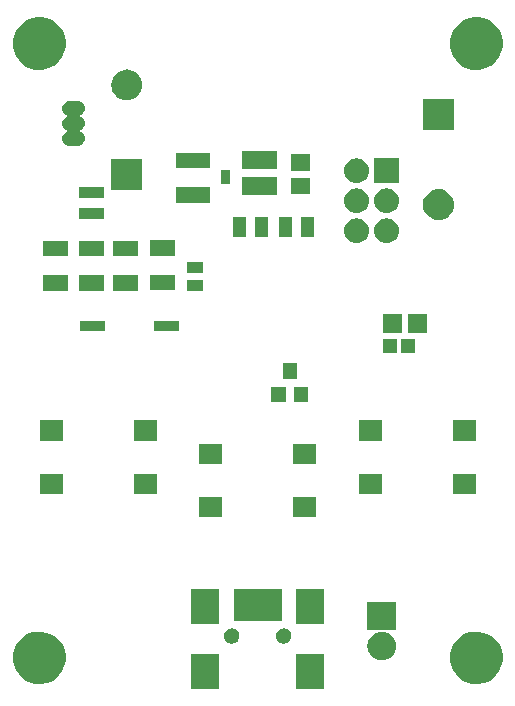
<source format=gbs>
G04 #@! TF.FileFunction,Soldermask,Bot*
%FSLAX46Y46*%
G04 Gerber Fmt 4.6, Leading zero omitted, Abs format (unit mm)*
G04 Created by KiCad (PCBNEW 4.0.7) date 2017 November 19, Sunday 17:56:15*
%MOMM*%
%LPD*%
G01*
G04 APERTURE LIST*
%ADD10C,0.100000*%
G04 APERTURE END LIST*
D10*
G36*
X147149570Y-136598520D02*
X144750590Y-136598520D01*
X144750590Y-133699160D01*
X147149570Y-133699160D01*
X147149570Y-136598520D01*
X147149570Y-136598520D01*
G37*
G36*
X138249410Y-136598520D02*
X135850430Y-136598520D01*
X135850430Y-133699160D01*
X138249410Y-133699160D01*
X138249410Y-136598520D01*
X138249410Y-136598520D01*
G37*
G36*
X123234436Y-131769485D02*
X123663216Y-131857501D01*
X124066729Y-132027122D01*
X124429615Y-132271891D01*
X124738048Y-132582485D01*
X124980278Y-132947069D01*
X125147078Y-133351757D01*
X125232030Y-133780797D01*
X125232030Y-133780807D01*
X125232096Y-133781141D01*
X125225115Y-134281097D01*
X125225039Y-134281431D01*
X125225039Y-134281443D01*
X125128143Y-134707936D01*
X124950105Y-135107813D01*
X124697791Y-135465492D01*
X124380804Y-135767355D01*
X124011230Y-136001893D01*
X123603133Y-136160184D01*
X123172068Y-136236192D01*
X122734446Y-136227026D01*
X122306932Y-136133031D01*
X121905827Y-135957792D01*
X121546396Y-135707980D01*
X121242329Y-135393110D01*
X121005216Y-135025183D01*
X120844081Y-134618202D01*
X120765063Y-134187670D01*
X120771175Y-133749996D01*
X120862181Y-133321846D01*
X121034618Y-132919522D01*
X121281914Y-132558355D01*
X121594653Y-132252097D01*
X121960919Y-132012420D01*
X122366764Y-131848448D01*
X122796726Y-131766428D01*
X123234436Y-131769485D01*
X123234436Y-131769485D01*
G37*
G36*
X160234436Y-131769485D02*
X160663216Y-131857501D01*
X161066729Y-132027122D01*
X161429615Y-132271891D01*
X161738048Y-132582485D01*
X161980278Y-132947069D01*
X162147078Y-133351757D01*
X162232030Y-133780797D01*
X162232030Y-133780807D01*
X162232096Y-133781141D01*
X162225115Y-134281097D01*
X162225039Y-134281431D01*
X162225039Y-134281443D01*
X162128143Y-134707936D01*
X161950105Y-135107813D01*
X161697791Y-135465492D01*
X161380804Y-135767355D01*
X161011230Y-136001893D01*
X160603133Y-136160184D01*
X160172068Y-136236192D01*
X159734446Y-136227026D01*
X159306932Y-136133031D01*
X158905827Y-135957792D01*
X158546396Y-135707980D01*
X158242329Y-135393110D01*
X158005216Y-135025183D01*
X157844081Y-134618202D01*
X157765063Y-134187670D01*
X157771175Y-133749996D01*
X157862181Y-133321846D01*
X158034618Y-132919522D01*
X158281914Y-132558355D01*
X158594653Y-132252097D01*
X158960919Y-132012420D01*
X159366764Y-131848448D01*
X159796726Y-131766428D01*
X160234436Y-131769485D01*
X160234436Y-131769485D01*
G37*
G36*
X152020838Y-131784104D02*
X152020846Y-131784105D01*
X152022862Y-131784119D01*
X152258705Y-131810573D01*
X152484917Y-131882331D01*
X152692884Y-131996662D01*
X152874683Y-132149209D01*
X153023389Y-132334163D01*
X153133340Y-132544478D01*
X153200345Y-132772144D01*
X153200348Y-132772178D01*
X153200352Y-132772191D01*
X153221857Y-133008487D01*
X153197055Y-133244462D01*
X153197052Y-133244471D01*
X153197048Y-133244511D01*
X153126870Y-133471219D01*
X153013994Y-133679979D01*
X152862719Y-133862838D01*
X152678808Y-134012832D01*
X152469266Y-134124248D01*
X152242073Y-134192841D01*
X152005884Y-134216000D01*
X151994078Y-134216000D01*
X151979162Y-134215896D01*
X151979154Y-134215895D01*
X151977138Y-134215881D01*
X151741295Y-134189427D01*
X151515083Y-134117669D01*
X151307116Y-134003338D01*
X151125317Y-133850791D01*
X150976611Y-133665837D01*
X150866660Y-133455522D01*
X150799655Y-133227856D01*
X150799652Y-133227822D01*
X150799648Y-133227809D01*
X150778143Y-132991513D01*
X150802945Y-132755538D01*
X150802948Y-132755529D01*
X150802952Y-132755489D01*
X150873130Y-132528781D01*
X150986006Y-132320021D01*
X151137281Y-132137162D01*
X151321192Y-131987168D01*
X151530734Y-131875752D01*
X151757927Y-131807159D01*
X151994116Y-131784000D01*
X152005922Y-131784000D01*
X152020838Y-131784104D01*
X152020838Y-131784104D01*
G37*
G36*
X139368588Y-131499951D02*
X139493377Y-131525567D01*
X139610813Y-131574932D01*
X139716420Y-131646164D01*
X139806187Y-131736561D01*
X139876683Y-131842665D01*
X139925226Y-131960440D01*
X139949902Y-132085062D01*
X139949902Y-132085071D01*
X139949968Y-132085405D01*
X139947936Y-132230908D01*
X139947860Y-132231242D01*
X139947860Y-132231254D01*
X139919717Y-132355130D01*
X139867902Y-132471508D01*
X139794471Y-132575603D01*
X139702214Y-132663457D01*
X139594660Y-132731713D01*
X139475890Y-132777782D01*
X139350439Y-132799901D01*
X139223077Y-132797234D01*
X139098653Y-132769877D01*
X138981926Y-132718881D01*
X138877313Y-132646173D01*
X138788824Y-132554539D01*
X138719815Y-132447460D01*
X138672921Y-132329017D01*
X138649924Y-132203716D01*
X138651703Y-132076340D01*
X138678187Y-131951738D01*
X138728372Y-131834650D01*
X138800348Y-131729532D01*
X138891358Y-131640407D01*
X138997955Y-131570652D01*
X139116069Y-131522931D01*
X139241198Y-131499061D01*
X139368588Y-131499951D01*
X139368588Y-131499951D01*
G37*
G36*
X143767868Y-131499951D02*
X143892657Y-131525567D01*
X144010093Y-131574932D01*
X144115700Y-131646164D01*
X144205467Y-131736561D01*
X144275963Y-131842665D01*
X144324506Y-131960440D01*
X144349182Y-132085062D01*
X144349182Y-132085071D01*
X144349248Y-132085405D01*
X144347216Y-132230908D01*
X144347140Y-132231242D01*
X144347140Y-132231254D01*
X144318997Y-132355130D01*
X144267182Y-132471508D01*
X144193751Y-132575603D01*
X144101494Y-132663457D01*
X143993940Y-132731713D01*
X143875170Y-132777782D01*
X143749719Y-132799901D01*
X143622357Y-132797234D01*
X143497933Y-132769877D01*
X143381206Y-132718881D01*
X143276593Y-132646173D01*
X143188104Y-132554539D01*
X143119095Y-132447460D01*
X143072201Y-132329017D01*
X143049204Y-132203716D01*
X143050983Y-132076340D01*
X143077467Y-131951738D01*
X143127652Y-131834650D01*
X143199628Y-131729532D01*
X143290638Y-131640407D01*
X143397235Y-131570652D01*
X143515349Y-131522931D01*
X143640478Y-131499061D01*
X143767868Y-131499951D01*
X143767868Y-131499951D01*
G37*
G36*
X153216000Y-131676000D02*
X150784000Y-131676000D01*
X150784000Y-129244000D01*
X153216000Y-129244000D01*
X153216000Y-131676000D01*
X153216000Y-131676000D01*
G37*
G36*
X138249410Y-131099420D02*
X135850430Y-131099420D01*
X135850430Y-128200060D01*
X138249410Y-128200060D01*
X138249410Y-131099420D01*
X138249410Y-131099420D01*
G37*
G36*
X147149570Y-131099420D02*
X144750590Y-131099420D01*
X144750590Y-128200060D01*
X147149570Y-128200060D01*
X147149570Y-131099420D01*
X147149570Y-131099420D01*
G37*
G36*
X143550390Y-130901300D02*
X139449610Y-130901300D01*
X139449610Y-128200060D01*
X143550390Y-128200060D01*
X143550390Y-130901300D01*
X143550390Y-130901300D01*
G37*
G36*
X146450000Y-122100000D02*
X144500000Y-122100000D01*
X144500000Y-120400000D01*
X146450000Y-120400000D01*
X146450000Y-122100000D01*
X146450000Y-122100000D01*
G37*
G36*
X138500000Y-122100000D02*
X136550000Y-122100000D01*
X136550000Y-120400000D01*
X138500000Y-120400000D01*
X138500000Y-122100000D01*
X138500000Y-122100000D01*
G37*
G36*
X152000000Y-120100000D02*
X150050000Y-120100000D01*
X150050000Y-118400000D01*
X152000000Y-118400000D01*
X152000000Y-120100000D01*
X152000000Y-120100000D01*
G37*
G36*
X159950000Y-120100000D02*
X158000000Y-120100000D01*
X158000000Y-118400000D01*
X159950000Y-118400000D01*
X159950000Y-120100000D01*
X159950000Y-120100000D01*
G37*
G36*
X125000000Y-120100000D02*
X123050000Y-120100000D01*
X123050000Y-118400000D01*
X125000000Y-118400000D01*
X125000000Y-120100000D01*
X125000000Y-120100000D01*
G37*
G36*
X132950000Y-120100000D02*
X131000000Y-120100000D01*
X131000000Y-118400000D01*
X132950000Y-118400000D01*
X132950000Y-120100000D01*
X132950000Y-120100000D01*
G37*
G36*
X146450000Y-117600000D02*
X144500000Y-117600000D01*
X144500000Y-115900000D01*
X146450000Y-115900000D01*
X146450000Y-117600000D01*
X146450000Y-117600000D01*
G37*
G36*
X138500000Y-117600000D02*
X136550000Y-117600000D01*
X136550000Y-115900000D01*
X138500000Y-115900000D01*
X138500000Y-117600000D01*
X138500000Y-117600000D01*
G37*
G36*
X159950000Y-115600000D02*
X158000000Y-115600000D01*
X158000000Y-113900000D01*
X159950000Y-113900000D01*
X159950000Y-115600000D01*
X159950000Y-115600000D01*
G37*
G36*
X152000000Y-115600000D02*
X150050000Y-115600000D01*
X150050000Y-113900000D01*
X152000000Y-113900000D01*
X152000000Y-115600000D01*
X152000000Y-115600000D01*
G37*
G36*
X132950000Y-115600000D02*
X131000000Y-115600000D01*
X131000000Y-113900000D01*
X132950000Y-113900000D01*
X132950000Y-115600000D01*
X132950000Y-115600000D01*
G37*
G36*
X125000000Y-115600000D02*
X123050000Y-115600000D01*
X123050000Y-113900000D01*
X125000000Y-113900000D01*
X125000000Y-115600000D01*
X125000000Y-115600000D01*
G37*
G36*
X143850000Y-112350000D02*
X142650000Y-112350000D01*
X142650000Y-111050000D01*
X143850000Y-111050000D01*
X143850000Y-112350000D01*
X143850000Y-112350000D01*
G37*
G36*
X145750000Y-112350000D02*
X144550000Y-112350000D01*
X144550000Y-111050000D01*
X145750000Y-111050000D01*
X145750000Y-112350000D01*
X145750000Y-112350000D01*
G37*
G36*
X144800000Y-110350000D02*
X143600000Y-110350000D01*
X143600000Y-109050000D01*
X144800000Y-109050000D01*
X144800000Y-110350000D01*
X144800000Y-110350000D01*
G37*
G36*
X153300180Y-108198780D02*
X152102620Y-108198780D01*
X152102620Y-107001220D01*
X153300180Y-107001220D01*
X153300180Y-108198780D01*
X153300180Y-108198780D01*
G37*
G36*
X154798780Y-108198780D02*
X153601220Y-108198780D01*
X153601220Y-107001220D01*
X154798780Y-107001220D01*
X154798780Y-108198780D01*
X154798780Y-108198780D01*
G37*
G36*
X155799440Y-106499440D02*
X154200560Y-106499440D01*
X154200560Y-104900560D01*
X155799440Y-104900560D01*
X155799440Y-106499440D01*
X155799440Y-106499440D01*
G37*
G36*
X153701400Y-106499440D02*
X152102520Y-106499440D01*
X152102520Y-104900560D01*
X153701400Y-104900560D01*
X153701400Y-106499440D01*
X153701400Y-106499440D01*
G37*
G36*
X134800000Y-106350000D02*
X132700000Y-106350000D01*
X132700000Y-105450000D01*
X134800000Y-105450000D01*
X134800000Y-106350000D01*
X134800000Y-106350000D01*
G37*
G36*
X128550000Y-106350000D02*
X126450000Y-106350000D01*
X126450000Y-105450000D01*
X128550000Y-105450000D01*
X128550000Y-106350000D01*
X128550000Y-106350000D01*
G37*
G36*
X131350000Y-102900000D02*
X129250000Y-102900000D01*
X129250000Y-101600000D01*
X131350000Y-101600000D01*
X131350000Y-102900000D01*
X131350000Y-102900000D01*
G37*
G36*
X128450000Y-102900000D02*
X126350000Y-102900000D01*
X126350000Y-101600000D01*
X128450000Y-101600000D01*
X128450000Y-102900000D01*
X128450000Y-102900000D01*
G37*
G36*
X125450000Y-102900000D02*
X123350000Y-102900000D01*
X123350000Y-101600000D01*
X125450000Y-101600000D01*
X125450000Y-102900000D01*
X125450000Y-102900000D01*
G37*
G36*
X136850000Y-102900000D02*
X135550000Y-102900000D01*
X135550000Y-102000000D01*
X136850000Y-102000000D01*
X136850000Y-102900000D01*
X136850000Y-102900000D01*
G37*
G36*
X134450000Y-102850000D02*
X132350000Y-102850000D01*
X132350000Y-101550000D01*
X134450000Y-101550000D01*
X134450000Y-102850000D01*
X134450000Y-102850000D01*
G37*
G36*
X136850000Y-101400000D02*
X135550000Y-101400000D01*
X135550000Y-100500000D01*
X136850000Y-100500000D01*
X136850000Y-101400000D01*
X136850000Y-101400000D01*
G37*
G36*
X125450000Y-100000000D02*
X123350000Y-100000000D01*
X123350000Y-98700000D01*
X125450000Y-98700000D01*
X125450000Y-100000000D01*
X125450000Y-100000000D01*
G37*
G36*
X128450000Y-100000000D02*
X126350000Y-100000000D01*
X126350000Y-98700000D01*
X128450000Y-98700000D01*
X128450000Y-100000000D01*
X128450000Y-100000000D01*
G37*
G36*
X131350000Y-100000000D02*
X129250000Y-100000000D01*
X129250000Y-98700000D01*
X131350000Y-98700000D01*
X131350000Y-100000000D01*
X131350000Y-100000000D01*
G37*
G36*
X134450000Y-99950000D02*
X132350000Y-99950000D01*
X132350000Y-98650000D01*
X134450000Y-98650000D01*
X134450000Y-99950000D01*
X134450000Y-99950000D01*
G37*
G36*
X149874470Y-96790065D02*
X149879741Y-96790102D01*
X150083388Y-96812945D01*
X150278720Y-96874908D01*
X150458296Y-96973631D01*
X150615277Y-97105353D01*
X150743684Y-97265059D01*
X150838624Y-97446663D01*
X150896483Y-97643250D01*
X150896487Y-97643289D01*
X150896489Y-97643297D01*
X150915057Y-97847328D01*
X150893642Y-98051082D01*
X150893639Y-98051091D01*
X150893635Y-98051132D01*
X150833037Y-98246891D01*
X150735570Y-98427153D01*
X150604947Y-98585049D01*
X150446142Y-98714567D01*
X150265205Y-98810773D01*
X150069027Y-98870003D01*
X149865081Y-98890000D01*
X149854882Y-98890000D01*
X149845530Y-98889935D01*
X149840259Y-98889898D01*
X149636612Y-98867055D01*
X149441280Y-98805092D01*
X149261704Y-98706369D01*
X149104723Y-98574647D01*
X148976316Y-98414941D01*
X148881376Y-98233337D01*
X148823517Y-98036750D01*
X148823513Y-98036711D01*
X148823511Y-98036703D01*
X148804943Y-97832672D01*
X148826358Y-97628918D01*
X148826361Y-97628909D01*
X148826365Y-97628868D01*
X148886963Y-97433109D01*
X148984430Y-97252847D01*
X149115053Y-97094951D01*
X149273858Y-96965433D01*
X149454795Y-96869227D01*
X149650973Y-96809997D01*
X149854919Y-96790000D01*
X149865118Y-96790000D01*
X149874470Y-96790065D01*
X149874470Y-96790065D01*
G37*
G36*
X152414470Y-96790065D02*
X152419741Y-96790102D01*
X152623388Y-96812945D01*
X152818720Y-96874908D01*
X152998296Y-96973631D01*
X153155277Y-97105353D01*
X153283684Y-97265059D01*
X153378624Y-97446663D01*
X153436483Y-97643250D01*
X153436487Y-97643289D01*
X153436489Y-97643297D01*
X153455057Y-97847328D01*
X153433642Y-98051082D01*
X153433639Y-98051091D01*
X153433635Y-98051132D01*
X153373037Y-98246891D01*
X153275570Y-98427153D01*
X153144947Y-98585049D01*
X152986142Y-98714567D01*
X152805205Y-98810773D01*
X152609027Y-98870003D01*
X152405081Y-98890000D01*
X152394882Y-98890000D01*
X152385530Y-98889935D01*
X152380259Y-98889898D01*
X152176612Y-98867055D01*
X151981280Y-98805092D01*
X151801704Y-98706369D01*
X151644723Y-98574647D01*
X151516316Y-98414941D01*
X151421376Y-98233337D01*
X151363517Y-98036750D01*
X151363513Y-98036711D01*
X151363511Y-98036703D01*
X151344943Y-97832672D01*
X151366358Y-97628918D01*
X151366361Y-97628909D01*
X151366365Y-97628868D01*
X151426963Y-97433109D01*
X151524430Y-97252847D01*
X151655053Y-97094951D01*
X151813858Y-96965433D01*
X151994795Y-96869227D01*
X152190973Y-96809997D01*
X152394919Y-96790000D01*
X152405118Y-96790000D01*
X152414470Y-96790065D01*
X152414470Y-96790065D01*
G37*
G36*
X142400000Y-98404700D02*
X141300000Y-98404700D01*
X141300000Y-96704700D01*
X142400000Y-96704700D01*
X142400000Y-98404700D01*
X142400000Y-98404700D01*
G37*
G36*
X144400000Y-98404700D02*
X143300000Y-98404700D01*
X143300000Y-96704700D01*
X144400000Y-96704700D01*
X144400000Y-98404700D01*
X144400000Y-98404700D01*
G37*
G36*
X140500000Y-98404700D02*
X139400000Y-98404700D01*
X139400000Y-96704700D01*
X140500000Y-96704700D01*
X140500000Y-98404700D01*
X140500000Y-98404700D01*
G37*
G36*
X146300000Y-98404700D02*
X145200000Y-98404700D01*
X145200000Y-96704700D01*
X146300000Y-96704700D01*
X146300000Y-98404700D01*
X146300000Y-98404700D01*
G37*
G36*
X157061351Y-94340254D02*
X157061364Y-94340258D01*
X157061401Y-94340262D01*
X157303770Y-94415288D01*
X157526951Y-94535961D01*
X157722442Y-94697686D01*
X157882798Y-94894301D01*
X158001910Y-95118319D01*
X158075242Y-95361205D01*
X158100000Y-95613710D01*
X158100000Y-95626290D01*
X158099873Y-95644441D01*
X158071592Y-95896575D01*
X157994876Y-96138414D01*
X157872648Y-96360747D01*
X157709562Y-96555104D01*
X157511832Y-96714084D01*
X157286989Y-96831629D01*
X157043596Y-96903263D01*
X157043562Y-96903266D01*
X157043549Y-96903270D01*
X156790926Y-96926261D01*
X156538649Y-96899746D01*
X156538636Y-96899742D01*
X156538599Y-96899738D01*
X156296230Y-96824712D01*
X156073049Y-96704039D01*
X155877558Y-96542314D01*
X155717202Y-96345699D01*
X155598090Y-96121681D01*
X155524758Y-95878795D01*
X155500000Y-95626290D01*
X155500000Y-95613710D01*
X155500127Y-95595559D01*
X155528408Y-95343425D01*
X155605124Y-95101586D01*
X155727352Y-94879253D01*
X155890438Y-94684896D01*
X156088168Y-94525916D01*
X156313011Y-94408371D01*
X156556404Y-94336737D01*
X156556438Y-94336734D01*
X156556451Y-94336730D01*
X156809074Y-94313739D01*
X157061351Y-94340254D01*
X157061351Y-94340254D01*
G37*
G36*
X128500000Y-96850000D02*
X126400000Y-96850000D01*
X126400000Y-95950000D01*
X128500000Y-95950000D01*
X128500000Y-96850000D01*
X128500000Y-96850000D01*
G37*
G36*
X149874470Y-94250065D02*
X149879741Y-94250102D01*
X150083388Y-94272945D01*
X150278720Y-94334908D01*
X150458296Y-94433631D01*
X150615277Y-94565353D01*
X150743684Y-94725059D01*
X150838624Y-94906663D01*
X150896483Y-95103250D01*
X150896487Y-95103289D01*
X150896489Y-95103297D01*
X150915057Y-95307328D01*
X150893642Y-95511082D01*
X150893639Y-95511091D01*
X150893635Y-95511132D01*
X150833037Y-95706891D01*
X150735570Y-95887153D01*
X150604947Y-96045049D01*
X150446142Y-96174567D01*
X150265205Y-96270773D01*
X150069027Y-96330003D01*
X149865081Y-96350000D01*
X149854882Y-96350000D01*
X149845530Y-96349935D01*
X149840259Y-96349898D01*
X149636612Y-96327055D01*
X149441280Y-96265092D01*
X149261704Y-96166369D01*
X149104723Y-96034647D01*
X148976316Y-95874941D01*
X148881376Y-95693337D01*
X148823517Y-95496750D01*
X148823513Y-95496711D01*
X148823511Y-95496703D01*
X148804943Y-95292672D01*
X148826358Y-95088918D01*
X148826361Y-95088909D01*
X148826365Y-95088868D01*
X148886963Y-94893109D01*
X148984430Y-94712847D01*
X149115053Y-94554951D01*
X149273858Y-94425433D01*
X149454795Y-94329227D01*
X149650973Y-94269997D01*
X149854919Y-94250000D01*
X149865118Y-94250000D01*
X149874470Y-94250065D01*
X149874470Y-94250065D01*
G37*
G36*
X152414470Y-94250065D02*
X152419741Y-94250102D01*
X152623388Y-94272945D01*
X152818720Y-94334908D01*
X152998296Y-94433631D01*
X153155277Y-94565353D01*
X153283684Y-94725059D01*
X153378624Y-94906663D01*
X153436483Y-95103250D01*
X153436487Y-95103289D01*
X153436489Y-95103297D01*
X153455057Y-95307328D01*
X153433642Y-95511082D01*
X153433639Y-95511091D01*
X153433635Y-95511132D01*
X153373037Y-95706891D01*
X153275570Y-95887153D01*
X153144947Y-96045049D01*
X152986142Y-96174567D01*
X152805205Y-96270773D01*
X152609027Y-96330003D01*
X152405081Y-96350000D01*
X152394882Y-96350000D01*
X152385530Y-96349935D01*
X152380259Y-96349898D01*
X152176612Y-96327055D01*
X151981280Y-96265092D01*
X151801704Y-96166369D01*
X151644723Y-96034647D01*
X151516316Y-95874941D01*
X151421376Y-95693337D01*
X151363517Y-95496750D01*
X151363513Y-95496711D01*
X151363511Y-95496703D01*
X151344943Y-95292672D01*
X151366358Y-95088918D01*
X151366361Y-95088909D01*
X151366365Y-95088868D01*
X151426963Y-94893109D01*
X151524430Y-94712847D01*
X151655053Y-94554951D01*
X151813858Y-94425433D01*
X151994795Y-94329227D01*
X152190973Y-94269997D01*
X152394919Y-94250000D01*
X152405118Y-94250000D01*
X152414470Y-94250065D01*
X152414470Y-94250065D01*
G37*
G36*
X137450000Y-95454700D02*
X134550000Y-95454700D01*
X134550000Y-94154700D01*
X137450000Y-94154700D01*
X137450000Y-95454700D01*
X137450000Y-95454700D01*
G37*
G36*
X128500000Y-95050000D02*
X126400000Y-95050000D01*
X126400000Y-94150000D01*
X128500000Y-94150000D01*
X128500000Y-95050000D01*
X128500000Y-95050000D01*
G37*
G36*
X143125000Y-94784700D02*
X140175000Y-94784700D01*
X140175000Y-93324700D01*
X143125000Y-93324700D01*
X143125000Y-94784700D01*
X143125000Y-94784700D01*
G37*
G36*
X145925000Y-94754700D02*
X144275000Y-94754700D01*
X144275000Y-93354700D01*
X145925000Y-93354700D01*
X145925000Y-94754700D01*
X145925000Y-94754700D01*
G37*
G36*
X131700000Y-94400000D02*
X129100000Y-94400000D01*
X129100000Y-91800000D01*
X131700000Y-91800000D01*
X131700000Y-94400000D01*
X131700000Y-94400000D01*
G37*
G36*
X139175000Y-93904700D02*
X138425000Y-93904700D01*
X138425000Y-92654700D01*
X139175000Y-92654700D01*
X139175000Y-93904700D01*
X139175000Y-93904700D01*
G37*
G36*
X153450000Y-93810000D02*
X151350000Y-93810000D01*
X151350000Y-91710000D01*
X153450000Y-91710000D01*
X153450000Y-93810000D01*
X153450000Y-93810000D01*
G37*
G36*
X149874470Y-91710065D02*
X149879741Y-91710102D01*
X150083388Y-91732945D01*
X150278720Y-91794908D01*
X150458296Y-91893631D01*
X150615277Y-92025353D01*
X150743684Y-92185059D01*
X150838624Y-92366663D01*
X150896483Y-92563250D01*
X150896487Y-92563289D01*
X150896489Y-92563297D01*
X150915057Y-92767328D01*
X150893642Y-92971082D01*
X150893639Y-92971091D01*
X150893635Y-92971132D01*
X150833037Y-93166891D01*
X150735570Y-93347153D01*
X150604947Y-93505049D01*
X150446142Y-93634567D01*
X150265205Y-93730773D01*
X150069027Y-93790003D01*
X149865081Y-93810000D01*
X149854882Y-93810000D01*
X149845530Y-93809935D01*
X149840259Y-93809898D01*
X149636612Y-93787055D01*
X149441280Y-93725092D01*
X149261704Y-93626369D01*
X149104723Y-93494647D01*
X148976316Y-93334941D01*
X148881376Y-93153337D01*
X148823517Y-92956750D01*
X148823513Y-92956711D01*
X148823511Y-92956703D01*
X148804943Y-92752672D01*
X148826358Y-92548918D01*
X148826361Y-92548909D01*
X148826365Y-92548868D01*
X148886963Y-92353109D01*
X148984430Y-92172847D01*
X149115053Y-92014951D01*
X149273858Y-91885433D01*
X149454795Y-91789227D01*
X149650973Y-91729997D01*
X149854919Y-91710000D01*
X149865118Y-91710000D01*
X149874470Y-91710065D01*
X149874470Y-91710065D01*
G37*
G36*
X145925000Y-92754700D02*
X144275000Y-92754700D01*
X144275000Y-91354700D01*
X145925000Y-91354700D01*
X145925000Y-92754700D01*
X145925000Y-92754700D01*
G37*
G36*
X143125000Y-92584700D02*
X140175000Y-92584700D01*
X140175000Y-91124700D01*
X143125000Y-91124700D01*
X143125000Y-92584700D01*
X143125000Y-92584700D01*
G37*
G36*
X137450000Y-92554700D02*
X134550000Y-92554700D01*
X134550000Y-91254700D01*
X137450000Y-91254700D01*
X137450000Y-92554700D01*
X137450000Y-92554700D01*
G37*
G36*
X126211361Y-86810460D02*
X126214659Y-86810483D01*
X126340644Y-86824615D01*
X126461486Y-86862948D01*
X126572580Y-86924023D01*
X126669696Y-87005513D01*
X126749134Y-87104314D01*
X126807869Y-87216663D01*
X126843663Y-87338281D01*
X126843666Y-87338311D01*
X126843671Y-87338329D01*
X126855156Y-87464532D01*
X126841908Y-87590568D01*
X126841905Y-87590578D01*
X126841901Y-87590616D01*
X126804413Y-87711722D01*
X126744115Y-87823241D01*
X126663305Y-87920923D01*
X126565061Y-88001049D01*
X126471117Y-88051000D01*
X126460466Y-88058764D01*
X126451855Y-88069891D01*
X126446685Y-88082976D01*
X126445365Y-88096984D01*
X126447999Y-88110805D01*
X126454380Y-88123344D01*
X126464002Y-88133609D01*
X126470055Y-88137659D01*
X126572580Y-88194023D01*
X126669696Y-88275513D01*
X126749134Y-88374314D01*
X126807869Y-88486663D01*
X126843663Y-88608281D01*
X126843666Y-88608311D01*
X126843671Y-88608329D01*
X126855156Y-88734532D01*
X126841908Y-88860568D01*
X126841905Y-88860578D01*
X126841901Y-88860616D01*
X126804413Y-88981722D01*
X126744115Y-89093241D01*
X126663305Y-89190923D01*
X126565061Y-89271049D01*
X126471117Y-89321000D01*
X126460466Y-89328764D01*
X126451855Y-89339891D01*
X126446685Y-89352976D01*
X126445365Y-89366984D01*
X126447999Y-89380805D01*
X126454380Y-89393344D01*
X126464002Y-89403609D01*
X126470055Y-89407659D01*
X126572580Y-89464023D01*
X126669696Y-89545513D01*
X126749134Y-89644314D01*
X126807869Y-89756663D01*
X126843663Y-89878281D01*
X126843666Y-89878311D01*
X126843671Y-89878329D01*
X126855156Y-90004532D01*
X126841908Y-90130568D01*
X126841905Y-90130578D01*
X126841901Y-90130616D01*
X126804413Y-90251722D01*
X126744115Y-90363241D01*
X126663305Y-90460923D01*
X126565061Y-90541049D01*
X126453125Y-90600567D01*
X126331760Y-90637209D01*
X126205589Y-90649580D01*
X125594373Y-90649580D01*
X125588639Y-90649540D01*
X125585341Y-90649517D01*
X125459356Y-90635385D01*
X125338514Y-90597052D01*
X125227420Y-90535977D01*
X125130304Y-90454487D01*
X125050866Y-90355686D01*
X124992131Y-90243337D01*
X124956337Y-90121719D01*
X124956334Y-90121689D01*
X124956329Y-90121671D01*
X124944844Y-89995468D01*
X124958092Y-89869432D01*
X124958095Y-89869422D01*
X124958099Y-89869384D01*
X124995587Y-89748278D01*
X125055885Y-89636759D01*
X125136695Y-89539077D01*
X125234939Y-89458951D01*
X125328883Y-89409000D01*
X125339534Y-89401236D01*
X125348145Y-89390109D01*
X125353315Y-89377024D01*
X125354635Y-89363016D01*
X125352001Y-89349195D01*
X125345620Y-89336656D01*
X125335998Y-89326391D01*
X125329945Y-89322341D01*
X125227420Y-89265977D01*
X125130304Y-89184487D01*
X125050866Y-89085686D01*
X124992131Y-88973337D01*
X124956337Y-88851719D01*
X124956334Y-88851689D01*
X124956329Y-88851671D01*
X124944844Y-88725468D01*
X124958092Y-88599432D01*
X124958095Y-88599422D01*
X124958099Y-88599384D01*
X124995587Y-88478278D01*
X125055885Y-88366759D01*
X125136695Y-88269077D01*
X125234939Y-88188951D01*
X125328883Y-88139000D01*
X125339534Y-88131236D01*
X125348145Y-88120109D01*
X125353315Y-88107024D01*
X125354635Y-88093016D01*
X125352001Y-88079195D01*
X125345620Y-88066656D01*
X125335998Y-88056391D01*
X125329945Y-88052341D01*
X125227420Y-87995977D01*
X125130304Y-87914487D01*
X125050866Y-87815686D01*
X124992131Y-87703337D01*
X124956337Y-87581719D01*
X124956334Y-87581689D01*
X124956329Y-87581671D01*
X124944844Y-87455468D01*
X124958092Y-87329432D01*
X124958095Y-87329422D01*
X124958099Y-87329384D01*
X124995587Y-87208278D01*
X125055885Y-87096759D01*
X125136695Y-86999077D01*
X125234939Y-86918951D01*
X125346875Y-86859433D01*
X125468240Y-86822791D01*
X125594411Y-86810420D01*
X126205627Y-86810420D01*
X126211361Y-86810460D01*
X126211361Y-86810460D01*
G37*
G36*
X158100000Y-89300000D02*
X155500000Y-89300000D01*
X155500000Y-86700000D01*
X158100000Y-86700000D01*
X158100000Y-89300000D01*
X158100000Y-89300000D01*
G37*
G36*
X130661351Y-84200254D02*
X130661364Y-84200258D01*
X130661401Y-84200262D01*
X130903770Y-84275288D01*
X131126951Y-84395961D01*
X131322442Y-84557686D01*
X131482798Y-84754301D01*
X131601910Y-84978319D01*
X131675242Y-85221205D01*
X131700000Y-85473710D01*
X131700000Y-85486290D01*
X131699873Y-85504441D01*
X131671592Y-85756575D01*
X131594876Y-85998414D01*
X131472648Y-86220747D01*
X131309562Y-86415104D01*
X131111832Y-86574084D01*
X130886989Y-86691629D01*
X130643596Y-86763263D01*
X130643562Y-86763266D01*
X130643549Y-86763270D01*
X130390926Y-86786261D01*
X130138649Y-86759746D01*
X130138636Y-86759742D01*
X130138599Y-86759738D01*
X129896230Y-86684712D01*
X129673049Y-86564039D01*
X129477558Y-86402314D01*
X129317202Y-86205699D01*
X129198090Y-85981681D01*
X129124758Y-85738795D01*
X129100000Y-85486290D01*
X129100000Y-85473710D01*
X129100127Y-85455559D01*
X129128408Y-85203425D01*
X129205124Y-84961586D01*
X129327352Y-84739253D01*
X129490438Y-84544896D01*
X129688168Y-84385916D01*
X129913011Y-84268371D01*
X130156404Y-84196737D01*
X130156438Y-84196734D01*
X130156451Y-84196730D01*
X130409074Y-84173739D01*
X130661351Y-84200254D01*
X130661351Y-84200254D01*
G37*
G36*
X123234436Y-79769485D02*
X123663216Y-79857501D01*
X124066729Y-80027122D01*
X124429615Y-80271891D01*
X124738048Y-80582485D01*
X124980278Y-80947069D01*
X125147078Y-81351757D01*
X125232030Y-81780797D01*
X125232030Y-81780807D01*
X125232096Y-81781141D01*
X125225115Y-82281097D01*
X125225039Y-82281431D01*
X125225039Y-82281443D01*
X125128143Y-82707936D01*
X124950105Y-83107813D01*
X124697791Y-83465492D01*
X124380804Y-83767355D01*
X124011230Y-84001893D01*
X123603133Y-84160184D01*
X123172068Y-84236192D01*
X122734446Y-84227026D01*
X122306932Y-84133031D01*
X121905827Y-83957792D01*
X121546396Y-83707980D01*
X121242329Y-83393110D01*
X121005216Y-83025183D01*
X120844081Y-82618202D01*
X120765063Y-82187670D01*
X120771175Y-81749996D01*
X120862181Y-81321846D01*
X121034618Y-80919522D01*
X121281914Y-80558355D01*
X121594653Y-80252097D01*
X121960919Y-80012420D01*
X122366764Y-79848448D01*
X122796726Y-79766428D01*
X123234436Y-79769485D01*
X123234436Y-79769485D01*
G37*
G36*
X160234436Y-79769485D02*
X160663216Y-79857501D01*
X161066729Y-80027122D01*
X161429615Y-80271891D01*
X161738048Y-80582485D01*
X161980278Y-80947069D01*
X162147078Y-81351757D01*
X162232030Y-81780797D01*
X162232030Y-81780807D01*
X162232096Y-81781141D01*
X162225115Y-82281097D01*
X162225039Y-82281431D01*
X162225039Y-82281443D01*
X162128143Y-82707936D01*
X161950105Y-83107813D01*
X161697791Y-83465492D01*
X161380804Y-83767355D01*
X161011230Y-84001893D01*
X160603133Y-84160184D01*
X160172068Y-84236192D01*
X159734446Y-84227026D01*
X159306932Y-84133031D01*
X158905827Y-83957792D01*
X158546396Y-83707980D01*
X158242329Y-83393110D01*
X158005216Y-83025183D01*
X157844081Y-82618202D01*
X157765063Y-82187670D01*
X157771175Y-81749996D01*
X157862181Y-81321846D01*
X158034618Y-80919522D01*
X158281914Y-80558355D01*
X158594653Y-80252097D01*
X158960919Y-80012420D01*
X159366764Y-79848448D01*
X159796726Y-79766428D01*
X160234436Y-79769485D01*
X160234436Y-79769485D01*
G37*
M02*

</source>
